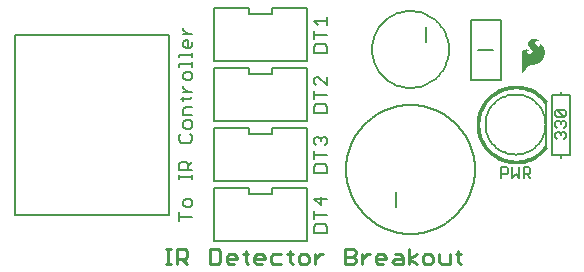
<source format=gto>
G75*
G70*
%OFA0B0*%
%FSLAX24Y24*%
%IPPOS*%
%LPD*%
%AMOC8*
5,1,8,0,0,1.08239X$1,22.5*
%
%ADD10C,0.0090*%
%ADD11C,0.0080*%
%ADD12C,0.0060*%
%ADD13C,0.0010*%
D10*
X008237Y000570D02*
X008407Y000570D01*
X008322Y000570D02*
X008322Y001080D01*
X008237Y001080D02*
X008407Y001080D01*
X008605Y001080D02*
X008861Y001080D01*
X008946Y000995D01*
X008946Y000825D01*
X008861Y000740D01*
X008605Y000740D01*
X008775Y000740D02*
X008946Y000570D01*
X008605Y000570D02*
X008605Y001080D01*
X009710Y001080D02*
X009965Y001080D01*
X010051Y000995D01*
X010051Y000655D01*
X009965Y000570D01*
X009710Y000570D01*
X009710Y001080D01*
X010263Y000825D02*
X010348Y000910D01*
X010518Y000910D01*
X010603Y000825D01*
X010603Y000740D01*
X010263Y000740D01*
X010263Y000655D02*
X010263Y000825D01*
X010263Y000655D02*
X010348Y000570D01*
X010518Y000570D01*
X010900Y000655D02*
X010985Y000570D01*
X010900Y000655D02*
X010900Y000995D01*
X010815Y000910D02*
X010985Y000910D01*
X011183Y000825D02*
X011269Y000910D01*
X011439Y000910D01*
X011524Y000825D01*
X011524Y000740D01*
X011183Y000740D01*
X011183Y000655D02*
X011183Y000825D01*
X011183Y000655D02*
X011269Y000570D01*
X011439Y000570D01*
X011736Y000655D02*
X011821Y000570D01*
X012076Y000570D01*
X012374Y000655D02*
X012459Y000570D01*
X012374Y000655D02*
X012374Y000995D01*
X012288Y000910D02*
X012459Y000910D01*
X012657Y000825D02*
X012657Y000655D01*
X012742Y000570D01*
X012912Y000570D01*
X012997Y000655D01*
X012997Y000825D01*
X012912Y000910D01*
X012742Y000910D01*
X012657Y000825D01*
X013209Y000740D02*
X013379Y000910D01*
X013464Y000910D01*
X013209Y000910D02*
X013209Y000570D01*
X012076Y000910D02*
X011821Y000910D01*
X011736Y000825D01*
X011736Y000655D01*
X014222Y000570D02*
X014477Y000570D01*
X014562Y000655D01*
X014562Y000740D01*
X014477Y000825D01*
X014222Y000825D01*
X014477Y000825D02*
X014562Y000910D01*
X014562Y000995D01*
X014477Y001080D01*
X014222Y001080D01*
X014222Y000570D01*
X014775Y000570D02*
X014775Y000910D01*
X014775Y000740D02*
X014945Y000910D01*
X015030Y000910D01*
X015235Y000825D02*
X015320Y000910D01*
X015490Y000910D01*
X015575Y000825D01*
X015575Y000740D01*
X015235Y000740D01*
X015235Y000655D02*
X015235Y000825D01*
X015235Y000655D02*
X015320Y000570D01*
X015490Y000570D01*
X015787Y000655D02*
X015872Y000740D01*
X016128Y000740D01*
X016128Y000825D02*
X016128Y000570D01*
X015872Y000570D01*
X015787Y000655D01*
X016043Y000910D02*
X016128Y000825D01*
X016043Y000910D02*
X015872Y000910D01*
X016340Y000740D02*
X016595Y000910D01*
X016800Y000825D02*
X016800Y000655D01*
X016885Y000570D01*
X017055Y000570D01*
X017141Y000655D01*
X017141Y000825D01*
X017055Y000910D01*
X016885Y000910D01*
X016800Y000825D01*
X016595Y000570D02*
X016340Y000740D01*
X016340Y000570D02*
X016340Y001080D01*
X017353Y000910D02*
X017353Y000655D01*
X017438Y000570D01*
X017693Y000570D01*
X017693Y000910D01*
X017905Y000910D02*
X018075Y000910D01*
X017990Y000995D02*
X017990Y000655D01*
X018075Y000570D01*
D11*
X008329Y002225D02*
X003211Y002225D01*
X003211Y008225D01*
X008329Y008225D01*
X008329Y002225D01*
X008682Y002155D02*
X009102Y002155D01*
X008682Y002015D02*
X008682Y002295D01*
X008892Y002475D02*
X009032Y002475D01*
X009102Y002545D01*
X009102Y002686D01*
X009032Y002756D01*
X008892Y002756D01*
X008822Y002686D01*
X008822Y002545D01*
X008892Y002475D01*
X009837Y003111D02*
X010998Y003111D01*
X010998Y002914D01*
X011786Y002914D01*
X011786Y003111D01*
X012947Y003111D01*
X012947Y001339D01*
X009837Y001339D01*
X009837Y003111D01*
X009837Y003339D02*
X009837Y005111D01*
X010998Y005111D01*
X010998Y004914D01*
X011786Y004914D01*
X011786Y005111D01*
X012947Y005111D01*
X012947Y003339D01*
X009837Y003339D01*
X009102Y003396D02*
X009102Y003536D01*
X009102Y003466D02*
X008682Y003466D01*
X008682Y003396D02*
X008682Y003536D01*
X008682Y003703D02*
X008682Y003913D01*
X008752Y003983D01*
X008892Y003983D01*
X008962Y003913D01*
X008962Y003703D01*
X009102Y003703D02*
X008682Y003703D01*
X008962Y003843D02*
X009102Y003983D01*
X009032Y004624D02*
X008752Y004624D01*
X008682Y004694D01*
X008682Y004834D01*
X008752Y004904D01*
X009032Y004904D02*
X009102Y004834D01*
X009102Y004694D01*
X009032Y004624D01*
X009032Y005084D02*
X009102Y005154D01*
X009102Y005294D01*
X009032Y005365D01*
X008892Y005365D01*
X008822Y005294D01*
X008822Y005154D01*
X008892Y005084D01*
X009032Y005084D01*
X009837Y005339D02*
X009837Y007111D01*
X010998Y007111D01*
X010998Y006914D01*
X011786Y006914D01*
X011786Y007111D01*
X012947Y007111D01*
X012947Y005339D01*
X009837Y005339D01*
X009102Y005545D02*
X008822Y005545D01*
X008822Y005755D01*
X008892Y005825D01*
X009102Y005825D01*
X008822Y006005D02*
X008822Y006145D01*
X008752Y006075D02*
X009032Y006075D01*
X009102Y006145D01*
X009102Y006312D02*
X008822Y006312D01*
X008962Y006312D02*
X008822Y006452D01*
X008822Y006522D01*
X008892Y006696D02*
X009032Y006696D01*
X009102Y006766D01*
X009102Y006906D01*
X009032Y006976D01*
X008892Y006976D01*
X008822Y006906D01*
X008822Y006766D01*
X008892Y006696D01*
X009102Y007156D02*
X009102Y007296D01*
X009102Y007226D02*
X008682Y007226D01*
X008682Y007156D01*
X008682Y007463D02*
X008682Y007533D01*
X009102Y007533D01*
X009102Y007463D02*
X009102Y007603D01*
X009032Y007770D02*
X008892Y007770D01*
X008822Y007840D01*
X008822Y007980D01*
X008892Y008050D01*
X008962Y008050D01*
X008962Y007770D01*
X009032Y007770D02*
X009102Y007840D01*
X009102Y007980D01*
X009102Y008230D02*
X008822Y008230D01*
X008962Y008230D02*
X008822Y008370D01*
X008822Y008440D01*
X009837Y009111D02*
X010998Y009111D01*
X010998Y008914D01*
X011786Y008914D01*
X011786Y009111D01*
X012947Y009111D01*
X012947Y007339D01*
X009837Y007339D01*
X009837Y009111D01*
X013182Y008676D02*
X013602Y008676D01*
X013602Y008536D02*
X013602Y008816D01*
X013322Y008536D02*
X013182Y008676D01*
X013182Y008356D02*
X013182Y008075D01*
X013182Y008216D02*
X013602Y008216D01*
X013532Y007895D02*
X013252Y007895D01*
X013182Y007825D01*
X013182Y007615D01*
X013602Y007615D01*
X013602Y007825D01*
X013532Y007895D01*
X013602Y006816D02*
X013602Y006536D01*
X013322Y006816D01*
X013252Y006816D01*
X013182Y006746D01*
X013182Y006606D01*
X013252Y006536D01*
X013182Y006356D02*
X013182Y006075D01*
X013182Y006216D02*
X013602Y006216D01*
X013532Y005895D02*
X013252Y005895D01*
X013182Y005825D01*
X013182Y005615D01*
X013602Y005615D01*
X013602Y005825D01*
X013532Y005895D01*
X013532Y004816D02*
X013602Y004746D01*
X013602Y004606D01*
X013532Y004536D01*
X013392Y004676D02*
X013392Y004746D01*
X013462Y004816D01*
X013532Y004816D01*
X013392Y004746D02*
X013322Y004816D01*
X013252Y004816D01*
X013182Y004746D01*
X013182Y004606D01*
X013252Y004536D01*
X013182Y004356D02*
X013182Y004075D01*
X013252Y003895D02*
X013182Y003825D01*
X013182Y003615D01*
X013602Y003615D01*
X013602Y003825D01*
X013532Y003895D01*
X013252Y003895D01*
X013182Y004216D02*
X013602Y004216D01*
X015892Y002975D02*
X015892Y002475D01*
X013602Y002216D02*
X013182Y002216D01*
X013182Y002356D02*
X013182Y002075D01*
X013252Y001895D02*
X013182Y001825D01*
X013182Y001615D01*
X013602Y001615D01*
X013602Y001825D01*
X013532Y001895D01*
X013252Y001895D01*
X013392Y002536D02*
X013392Y002816D01*
X013602Y002746D02*
X013182Y002746D01*
X013392Y002536D01*
X014242Y003725D02*
X014245Y003830D01*
X014252Y003936D01*
X014265Y004040D01*
X014283Y004144D01*
X014306Y004247D01*
X014335Y004349D01*
X014368Y004449D01*
X014406Y004548D01*
X014448Y004644D01*
X014496Y004739D01*
X014548Y004830D01*
X014604Y004919D01*
X014665Y005006D01*
X014730Y005089D01*
X014799Y005169D01*
X014872Y005245D01*
X014948Y005318D01*
X015028Y005387D01*
X015111Y005452D01*
X015198Y005513D01*
X015287Y005569D01*
X015378Y005621D01*
X015473Y005669D01*
X015569Y005711D01*
X015668Y005749D01*
X015768Y005782D01*
X015870Y005811D01*
X015973Y005834D01*
X016077Y005852D01*
X016181Y005865D01*
X016287Y005872D01*
X016392Y005875D01*
X016497Y005872D01*
X016603Y005865D01*
X016707Y005852D01*
X016811Y005834D01*
X016914Y005811D01*
X017016Y005782D01*
X017116Y005749D01*
X017215Y005711D01*
X017311Y005669D01*
X017406Y005621D01*
X017497Y005569D01*
X017586Y005513D01*
X017673Y005452D01*
X017756Y005387D01*
X017836Y005318D01*
X017912Y005245D01*
X017985Y005169D01*
X018054Y005089D01*
X018119Y005006D01*
X018180Y004919D01*
X018236Y004830D01*
X018288Y004739D01*
X018336Y004644D01*
X018378Y004548D01*
X018416Y004449D01*
X018449Y004349D01*
X018478Y004247D01*
X018501Y004144D01*
X018519Y004040D01*
X018532Y003936D01*
X018539Y003830D01*
X018542Y003725D01*
X018539Y003620D01*
X018532Y003514D01*
X018519Y003410D01*
X018501Y003306D01*
X018478Y003203D01*
X018449Y003101D01*
X018416Y003001D01*
X018378Y002902D01*
X018336Y002806D01*
X018288Y002711D01*
X018236Y002620D01*
X018180Y002531D01*
X018119Y002444D01*
X018054Y002361D01*
X017985Y002281D01*
X017912Y002205D01*
X017836Y002132D01*
X017756Y002063D01*
X017673Y001998D01*
X017586Y001937D01*
X017497Y001881D01*
X017406Y001829D01*
X017311Y001781D01*
X017215Y001739D01*
X017116Y001701D01*
X017016Y001668D01*
X016914Y001639D01*
X016811Y001616D01*
X016707Y001598D01*
X016603Y001585D01*
X016497Y001578D01*
X016392Y001575D01*
X016287Y001578D01*
X016181Y001585D01*
X016077Y001598D01*
X015973Y001616D01*
X015870Y001639D01*
X015768Y001668D01*
X015668Y001701D01*
X015569Y001739D01*
X015473Y001781D01*
X015378Y001829D01*
X015287Y001881D01*
X015198Y001937D01*
X015111Y001998D01*
X015028Y002063D01*
X014948Y002132D01*
X014872Y002205D01*
X014799Y002281D01*
X014730Y002361D01*
X014665Y002444D01*
X014604Y002531D01*
X014548Y002620D01*
X014496Y002711D01*
X014448Y002806D01*
X014406Y002902D01*
X014368Y003001D01*
X014335Y003101D01*
X014306Y003203D01*
X014283Y003306D01*
X014265Y003410D01*
X014252Y003514D01*
X014245Y003620D01*
X014242Y003725D01*
X018392Y006725D02*
X019392Y006725D01*
X019392Y008725D01*
X018392Y008725D01*
X018392Y006725D01*
X018642Y007725D02*
X019142Y007725D01*
X016892Y007975D02*
X016892Y008475D01*
X015112Y007725D02*
X015114Y007796D01*
X015120Y007867D01*
X015130Y007938D01*
X015144Y008007D01*
X015161Y008076D01*
X015183Y008144D01*
X015208Y008211D01*
X015237Y008276D01*
X015269Y008339D01*
X015305Y008401D01*
X015344Y008460D01*
X015387Y008517D01*
X015432Y008572D01*
X015481Y008624D01*
X015532Y008673D01*
X015586Y008719D01*
X015643Y008763D01*
X015701Y008803D01*
X015762Y008839D01*
X015825Y008873D01*
X015890Y008902D01*
X015956Y008928D01*
X016024Y008951D01*
X016092Y008969D01*
X016162Y008984D01*
X016232Y008995D01*
X016303Y009002D01*
X016374Y009005D01*
X016445Y009004D01*
X016516Y008999D01*
X016587Y008990D01*
X016657Y008977D01*
X016726Y008961D01*
X016794Y008940D01*
X016861Y008916D01*
X016927Y008888D01*
X016990Y008856D01*
X017052Y008821D01*
X017112Y008783D01*
X017170Y008741D01*
X017225Y008697D01*
X017278Y008649D01*
X017328Y008598D01*
X017375Y008545D01*
X017419Y008489D01*
X017460Y008431D01*
X017498Y008370D01*
X017532Y008308D01*
X017562Y008243D01*
X017589Y008178D01*
X017613Y008110D01*
X017632Y008042D01*
X017648Y007973D01*
X017660Y007902D01*
X017668Y007832D01*
X017672Y007761D01*
X017672Y007689D01*
X017668Y007618D01*
X017660Y007548D01*
X017648Y007477D01*
X017632Y007408D01*
X017613Y007340D01*
X017589Y007272D01*
X017562Y007207D01*
X017532Y007142D01*
X017498Y007080D01*
X017460Y007019D01*
X017419Y006961D01*
X017375Y006905D01*
X017328Y006852D01*
X017278Y006801D01*
X017225Y006753D01*
X017170Y006709D01*
X017112Y006667D01*
X017052Y006629D01*
X016990Y006594D01*
X016927Y006562D01*
X016861Y006534D01*
X016794Y006510D01*
X016726Y006489D01*
X016657Y006473D01*
X016587Y006460D01*
X016516Y006451D01*
X016445Y006446D01*
X016374Y006445D01*
X016303Y006448D01*
X016232Y006455D01*
X016162Y006466D01*
X016092Y006481D01*
X016024Y006499D01*
X015956Y006522D01*
X015890Y006548D01*
X015825Y006577D01*
X015762Y006611D01*
X015701Y006647D01*
X015643Y006687D01*
X015586Y006731D01*
X015532Y006777D01*
X015481Y006826D01*
X015432Y006878D01*
X015387Y006933D01*
X015344Y006990D01*
X015305Y007049D01*
X015269Y007111D01*
X015237Y007174D01*
X015208Y007239D01*
X015183Y007306D01*
X015161Y007374D01*
X015144Y007443D01*
X015130Y007512D01*
X015120Y007583D01*
X015114Y007654D01*
X015112Y007725D01*
X020892Y005975D02*
X020892Y004475D01*
X021092Y004225D02*
X021092Y006225D01*
X021392Y006225D01*
X021392Y006325D01*
X021392Y006225D02*
X021692Y006225D01*
X021692Y004225D01*
X021392Y004225D01*
X021392Y004125D01*
X021392Y004225D02*
X021092Y004225D01*
D12*
X020385Y003739D02*
X020329Y003795D01*
X020159Y003795D01*
X020159Y003455D01*
X020159Y003568D02*
X020329Y003568D01*
X020385Y003625D01*
X020385Y003739D01*
X020272Y003568D02*
X020385Y003455D01*
X020017Y003455D02*
X020017Y003795D01*
X019790Y003795D02*
X019790Y003455D01*
X019904Y003568D01*
X020017Y003455D01*
X019649Y003625D02*
X019649Y003739D01*
X019592Y003795D01*
X019422Y003795D01*
X019422Y003455D01*
X019422Y003568D02*
X019592Y003568D01*
X019649Y003625D01*
X021222Y004812D02*
X021278Y004755D01*
X021222Y004812D02*
X021222Y004925D01*
X021278Y004982D01*
X021335Y004982D01*
X021392Y004925D01*
X021449Y004982D01*
X021505Y004982D01*
X021562Y004925D01*
X021562Y004812D01*
X021505Y004755D01*
X021392Y004868D02*
X021392Y004925D01*
X021505Y005123D02*
X021562Y005180D01*
X021562Y005293D01*
X021505Y005350D01*
X021449Y005350D01*
X021392Y005293D01*
X021392Y005237D01*
X021392Y005293D02*
X021335Y005350D01*
X021278Y005350D01*
X021222Y005293D01*
X021222Y005180D01*
X021278Y005123D01*
X021278Y005492D02*
X021222Y005548D01*
X021222Y005662D01*
X021278Y005718D01*
X021505Y005492D01*
X021562Y005548D01*
X021562Y005662D01*
X021505Y005718D01*
X021278Y005718D01*
X021278Y005492D02*
X021505Y005492D01*
X018892Y005225D02*
X018894Y005288D01*
X018900Y005350D01*
X018910Y005412D01*
X018923Y005474D01*
X018941Y005534D01*
X018962Y005593D01*
X018987Y005651D01*
X019016Y005707D01*
X019048Y005761D01*
X019083Y005813D01*
X019121Y005862D01*
X019163Y005910D01*
X019207Y005954D01*
X019255Y005996D01*
X019304Y006034D01*
X019356Y006069D01*
X019410Y006101D01*
X019466Y006130D01*
X019524Y006155D01*
X019583Y006176D01*
X019643Y006194D01*
X019705Y006207D01*
X019767Y006217D01*
X019829Y006223D01*
X019892Y006225D01*
X019955Y006223D01*
X020017Y006217D01*
X020079Y006207D01*
X020141Y006194D01*
X020201Y006176D01*
X020260Y006155D01*
X020318Y006130D01*
X020374Y006101D01*
X020428Y006069D01*
X020480Y006034D01*
X020529Y005996D01*
X020577Y005954D01*
X020621Y005910D01*
X020663Y005862D01*
X020701Y005813D01*
X020736Y005761D01*
X020768Y005707D01*
X020797Y005651D01*
X020822Y005593D01*
X020843Y005534D01*
X020861Y005474D01*
X020874Y005412D01*
X020884Y005350D01*
X020890Y005288D01*
X020892Y005225D01*
X020890Y005162D01*
X020884Y005100D01*
X020874Y005038D01*
X020861Y004976D01*
X020843Y004916D01*
X020822Y004857D01*
X020797Y004799D01*
X020768Y004743D01*
X020736Y004689D01*
X020701Y004637D01*
X020663Y004588D01*
X020621Y004540D01*
X020577Y004496D01*
X020529Y004454D01*
X020480Y004416D01*
X020428Y004381D01*
X020374Y004349D01*
X020318Y004320D01*
X020260Y004295D01*
X020201Y004274D01*
X020141Y004256D01*
X020079Y004243D01*
X020017Y004233D01*
X019955Y004227D01*
X019892Y004225D01*
X019829Y004227D01*
X019767Y004233D01*
X019705Y004243D01*
X019643Y004256D01*
X019583Y004274D01*
X019524Y004295D01*
X019466Y004320D01*
X019410Y004349D01*
X019356Y004381D01*
X019304Y004416D01*
X019255Y004454D01*
X019207Y004496D01*
X019163Y004540D01*
X019121Y004588D01*
X019083Y004637D01*
X019048Y004689D01*
X019016Y004743D01*
X018987Y004799D01*
X018962Y004857D01*
X018941Y004916D01*
X018923Y004976D01*
X018910Y005038D01*
X018900Y005100D01*
X018894Y005162D01*
X018892Y005225D01*
D13*
X020924Y006005D02*
X020852Y005951D01*
X020853Y005952D02*
X020810Y006005D01*
X020765Y006056D01*
X020716Y006104D01*
X020665Y006149D01*
X020611Y006192D01*
X020555Y006231D01*
X020497Y006267D01*
X020437Y006300D01*
X020376Y006329D01*
X020312Y006354D01*
X020248Y006376D01*
X020182Y006395D01*
X020115Y006409D01*
X020048Y006420D01*
X019980Y006427D01*
X019912Y006430D01*
X019843Y006429D01*
X019775Y006424D01*
X019707Y006416D01*
X019640Y006403D01*
X019574Y006387D01*
X019509Y006367D01*
X019444Y006344D01*
X019382Y006317D01*
X019321Y006286D01*
X019262Y006252D01*
X019204Y006215D01*
X019149Y006174D01*
X019097Y006130D01*
X019047Y006084D01*
X019000Y006035D01*
X018955Y005983D01*
X018914Y005929D01*
X018875Y005872D01*
X018840Y005813D01*
X018809Y005753D01*
X018781Y005691D01*
X018756Y005627D01*
X018735Y005562D01*
X018718Y005496D01*
X018704Y005429D01*
X018695Y005361D01*
X018689Y005293D01*
X018687Y005225D01*
X018689Y005157D01*
X018695Y005089D01*
X018704Y005021D01*
X018718Y004954D01*
X018735Y004888D01*
X018756Y004823D01*
X018781Y004759D01*
X018809Y004697D01*
X018840Y004637D01*
X018875Y004578D01*
X018914Y004521D01*
X018955Y004467D01*
X019000Y004415D01*
X019047Y004366D01*
X019097Y004320D01*
X019149Y004276D01*
X019204Y004235D01*
X019262Y004198D01*
X019321Y004164D01*
X019382Y004133D01*
X019444Y004106D01*
X019509Y004083D01*
X019574Y004063D01*
X019640Y004047D01*
X019707Y004034D01*
X019775Y004026D01*
X019843Y004021D01*
X019912Y004020D01*
X019980Y004023D01*
X020048Y004030D01*
X020115Y004041D01*
X020182Y004055D01*
X020248Y004074D01*
X020312Y004096D01*
X020376Y004121D01*
X020437Y004150D01*
X020497Y004183D01*
X020555Y004219D01*
X020611Y004258D01*
X020665Y004301D01*
X020716Y004346D01*
X020765Y004394D01*
X020810Y004445D01*
X020853Y004498D01*
X020924Y004445D01*
X020925Y004444D01*
X020881Y004389D01*
X020833Y004336D01*
X020783Y004285D01*
X020730Y004238D01*
X020675Y004194D01*
X020617Y004152D01*
X020557Y004114D01*
X020496Y004079D01*
X020432Y004048D01*
X020367Y004020D01*
X020300Y003996D01*
X020232Y003975D01*
X020163Y003959D01*
X020093Y003946D01*
X020023Y003937D01*
X019952Y003931D01*
X019881Y003930D01*
X019810Y003933D01*
X019739Y003939D01*
X019669Y003949D01*
X019600Y003963D01*
X019531Y003981D01*
X019463Y004003D01*
X019397Y004028D01*
X019332Y004057D01*
X019269Y004090D01*
X019208Y004126D01*
X019149Y004165D01*
X019092Y004207D01*
X019037Y004252D01*
X018985Y004301D01*
X018936Y004352D01*
X018889Y004405D01*
X018846Y004462D01*
X018806Y004520D01*
X018769Y004581D01*
X018735Y004643D01*
X018705Y004707D01*
X018678Y004773D01*
X018655Y004840D01*
X018636Y004909D01*
X018621Y004978D01*
X018609Y005048D01*
X018601Y005119D01*
X018597Y005190D01*
X018597Y005260D01*
X018601Y005331D01*
X018609Y005402D01*
X018621Y005472D01*
X018636Y005541D01*
X018655Y005610D01*
X018678Y005677D01*
X018705Y005743D01*
X018735Y005807D01*
X018769Y005869D01*
X018806Y005930D01*
X018846Y005988D01*
X018889Y006045D01*
X018936Y006098D01*
X018985Y006149D01*
X019037Y006198D01*
X019092Y006243D01*
X019149Y006285D01*
X019208Y006324D01*
X019269Y006360D01*
X019332Y006393D01*
X019397Y006422D01*
X019463Y006447D01*
X019531Y006469D01*
X019600Y006487D01*
X019669Y006501D01*
X019739Y006511D01*
X019810Y006517D01*
X019881Y006520D01*
X019952Y006519D01*
X020023Y006513D01*
X020093Y006504D01*
X020163Y006491D01*
X020232Y006475D01*
X020300Y006454D01*
X020367Y006430D01*
X020432Y006402D01*
X020496Y006371D01*
X020557Y006336D01*
X020617Y006298D01*
X020675Y006256D01*
X020730Y006212D01*
X020783Y006165D01*
X020833Y006114D01*
X020881Y006061D01*
X020925Y006006D01*
X020918Y006001D01*
X020873Y006056D01*
X020826Y006109D01*
X020775Y006160D01*
X020722Y006207D01*
X020666Y006252D01*
X020608Y006293D01*
X020548Y006331D01*
X020486Y006366D01*
X020422Y006397D01*
X020356Y006424D01*
X020289Y006448D01*
X020220Y006468D01*
X020151Y006485D01*
X020081Y006497D01*
X020010Y006506D01*
X019939Y006510D01*
X019868Y006511D01*
X019797Y006507D01*
X019726Y006500D01*
X019655Y006489D01*
X019586Y006474D01*
X019517Y006455D01*
X019449Y006432D01*
X019383Y006406D01*
X019318Y006376D01*
X019256Y006342D01*
X019195Y006306D01*
X019136Y006265D01*
X019079Y006222D01*
X019025Y006175D01*
X018974Y006126D01*
X018926Y006073D01*
X018880Y006019D01*
X018838Y005961D01*
X018799Y005902D01*
X018763Y005840D01*
X018730Y005777D01*
X018702Y005712D01*
X018676Y005645D01*
X018655Y005577D01*
X018637Y005508D01*
X018624Y005438D01*
X018614Y005367D01*
X018608Y005296D01*
X018606Y005225D01*
X018608Y005154D01*
X018614Y005083D01*
X018624Y005012D01*
X018637Y004942D01*
X018655Y004873D01*
X018676Y004805D01*
X018702Y004738D01*
X018730Y004673D01*
X018763Y004610D01*
X018799Y004548D01*
X018838Y004489D01*
X018880Y004431D01*
X018926Y004377D01*
X018974Y004324D01*
X019025Y004275D01*
X019079Y004228D01*
X019136Y004185D01*
X019195Y004144D01*
X019256Y004108D01*
X019318Y004074D01*
X019383Y004044D01*
X019449Y004018D01*
X019517Y003995D01*
X019586Y003976D01*
X019655Y003961D01*
X019726Y003950D01*
X019797Y003943D01*
X019868Y003939D01*
X019939Y003940D01*
X020010Y003944D01*
X020081Y003953D01*
X020151Y003965D01*
X020220Y003982D01*
X020289Y004002D01*
X020356Y004026D01*
X020422Y004053D01*
X020486Y004084D01*
X020548Y004119D01*
X020608Y004157D01*
X020666Y004198D01*
X020722Y004243D01*
X020775Y004290D01*
X020826Y004341D01*
X020873Y004394D01*
X020918Y004449D01*
X020911Y004455D01*
X020866Y004400D01*
X020819Y004347D01*
X020769Y004297D01*
X020716Y004250D01*
X020661Y004206D01*
X020603Y004164D01*
X020544Y004127D01*
X020482Y004092D01*
X020418Y004061D01*
X020353Y004034D01*
X020286Y004010D01*
X020218Y003990D01*
X020149Y003974D01*
X020080Y003962D01*
X020009Y003953D01*
X019939Y003949D01*
X019868Y003948D01*
X019797Y003952D01*
X019727Y003959D01*
X019657Y003970D01*
X019588Y003985D01*
X019520Y004004D01*
X019452Y004026D01*
X019387Y004052D01*
X019322Y004082D01*
X019260Y004115D01*
X019200Y004152D01*
X019141Y004192D01*
X019085Y004235D01*
X019031Y004281D01*
X018981Y004331D01*
X018932Y004382D01*
X018887Y004437D01*
X018845Y004494D01*
X018806Y004553D01*
X018771Y004614D01*
X018738Y004677D01*
X018710Y004742D01*
X018685Y004808D01*
X018664Y004876D01*
X018646Y004944D01*
X018633Y005014D01*
X018623Y005084D01*
X018617Y005154D01*
X018615Y005225D01*
X018617Y005296D01*
X018623Y005366D01*
X018633Y005436D01*
X018646Y005506D01*
X018664Y005574D01*
X018685Y005642D01*
X018710Y005708D01*
X018738Y005773D01*
X018771Y005836D01*
X018806Y005897D01*
X018845Y005956D01*
X018887Y006013D01*
X018932Y006068D01*
X018981Y006119D01*
X019031Y006169D01*
X019085Y006215D01*
X019141Y006258D01*
X019200Y006298D01*
X019260Y006335D01*
X019322Y006368D01*
X019387Y006398D01*
X019452Y006424D01*
X019520Y006446D01*
X019588Y006465D01*
X019657Y006480D01*
X019727Y006491D01*
X019797Y006498D01*
X019868Y006502D01*
X019939Y006501D01*
X020009Y006497D01*
X020080Y006488D01*
X020149Y006476D01*
X020218Y006460D01*
X020286Y006440D01*
X020353Y006416D01*
X020418Y006389D01*
X020482Y006358D01*
X020544Y006323D01*
X020603Y006286D01*
X020661Y006244D01*
X020716Y006200D01*
X020769Y006153D01*
X020819Y006103D01*
X020866Y006050D01*
X020911Y005995D01*
X020903Y005990D01*
X020859Y006045D01*
X020811Y006098D01*
X020761Y006148D01*
X020708Y006196D01*
X020652Y006240D01*
X020594Y006281D01*
X020534Y006318D01*
X020472Y006353D01*
X020408Y006383D01*
X020342Y006410D01*
X020275Y006434D01*
X020207Y006453D01*
X020137Y006469D01*
X020067Y006481D01*
X019997Y006489D01*
X019926Y006493D01*
X019855Y006492D01*
X019784Y006488D01*
X019713Y006480D01*
X019643Y006468D01*
X019574Y006452D01*
X019506Y006433D01*
X019438Y006409D01*
X019373Y006382D01*
X019309Y006351D01*
X019247Y006317D01*
X019187Y006279D01*
X019129Y006237D01*
X019073Y006193D01*
X019020Y006146D01*
X018970Y006095D01*
X018923Y006042D01*
X018878Y005987D01*
X018837Y005929D01*
X018800Y005869D01*
X018765Y005806D01*
X018734Y005742D01*
X018707Y005677D01*
X018684Y005610D01*
X018664Y005541D01*
X018648Y005472D01*
X018636Y005402D01*
X018628Y005331D01*
X018624Y005261D01*
X018624Y005189D01*
X018628Y005119D01*
X018636Y005048D01*
X018648Y004978D01*
X018664Y004909D01*
X018684Y004840D01*
X018707Y004773D01*
X018734Y004708D01*
X018765Y004644D01*
X018800Y004581D01*
X018837Y004521D01*
X018878Y004463D01*
X018923Y004408D01*
X018970Y004355D01*
X019020Y004304D01*
X019073Y004257D01*
X019129Y004213D01*
X019187Y004171D01*
X019247Y004133D01*
X019309Y004099D01*
X019373Y004068D01*
X019438Y004041D01*
X019506Y004017D01*
X019574Y003998D01*
X019643Y003982D01*
X019713Y003970D01*
X019784Y003962D01*
X019855Y003958D01*
X019926Y003957D01*
X019997Y003961D01*
X020067Y003969D01*
X020137Y003981D01*
X020207Y003997D01*
X020275Y004016D01*
X020342Y004040D01*
X020408Y004067D01*
X020472Y004097D01*
X020534Y004132D01*
X020594Y004169D01*
X020652Y004210D01*
X020708Y004254D01*
X020761Y004302D01*
X020811Y004352D01*
X020859Y004405D01*
X020903Y004460D01*
X020896Y004466D01*
X020852Y004411D01*
X020805Y004358D01*
X020755Y004308D01*
X020702Y004261D01*
X020647Y004217D01*
X020589Y004177D01*
X020530Y004139D01*
X020468Y004105D01*
X020404Y004075D01*
X020339Y004048D01*
X020272Y004025D01*
X020204Y004005D01*
X020136Y003990D01*
X020066Y003978D01*
X019996Y003970D01*
X019925Y003966D01*
X019855Y003967D01*
X019784Y003971D01*
X019714Y003979D01*
X019645Y003991D01*
X019576Y004006D01*
X019508Y004026D01*
X019442Y004049D01*
X019377Y004076D01*
X019313Y004107D01*
X019251Y004141D01*
X019192Y004179D01*
X019134Y004220D01*
X019079Y004264D01*
X019026Y004311D01*
X018977Y004361D01*
X018930Y004413D01*
X018886Y004469D01*
X018845Y004526D01*
X018807Y004586D01*
X018773Y004648D01*
X018743Y004711D01*
X018716Y004776D01*
X018692Y004843D01*
X018673Y004911D01*
X018657Y004980D01*
X018645Y005049D01*
X018637Y005119D01*
X018633Y005190D01*
X018633Y005260D01*
X018637Y005331D01*
X018645Y005401D01*
X018657Y005470D01*
X018673Y005539D01*
X018692Y005607D01*
X018716Y005674D01*
X018743Y005739D01*
X018773Y005802D01*
X018807Y005864D01*
X018845Y005924D01*
X018886Y005981D01*
X018930Y006037D01*
X018977Y006089D01*
X019026Y006139D01*
X019079Y006186D01*
X019134Y006230D01*
X019192Y006271D01*
X019251Y006309D01*
X019313Y006343D01*
X019377Y006374D01*
X019442Y006401D01*
X019508Y006424D01*
X019576Y006444D01*
X019645Y006459D01*
X019714Y006471D01*
X019784Y006479D01*
X019855Y006483D01*
X019925Y006484D01*
X019996Y006480D01*
X020066Y006472D01*
X020136Y006460D01*
X020204Y006445D01*
X020272Y006425D01*
X020339Y006402D01*
X020404Y006375D01*
X020468Y006345D01*
X020530Y006311D01*
X020589Y006273D01*
X020647Y006233D01*
X020702Y006189D01*
X020755Y006142D01*
X020805Y006092D01*
X020852Y006039D01*
X020896Y005984D01*
X020889Y005979D01*
X020845Y006034D01*
X020798Y006086D01*
X020749Y006135D01*
X020696Y006182D01*
X020642Y006225D01*
X020584Y006266D01*
X020525Y006303D01*
X020464Y006337D01*
X020400Y006367D01*
X020336Y006394D01*
X020269Y006417D01*
X020202Y006436D01*
X020134Y006451D01*
X020065Y006463D01*
X019995Y006471D01*
X019925Y006475D01*
X019855Y006474D01*
X019785Y006470D01*
X019716Y006462D01*
X019647Y006451D01*
X019578Y006435D01*
X019511Y006416D01*
X019445Y006392D01*
X019380Y006365D01*
X019317Y006335D01*
X019256Y006301D01*
X019197Y006264D01*
X019139Y006223D01*
X019085Y006179D01*
X019033Y006133D01*
X018983Y006083D01*
X018936Y006031D01*
X018893Y005976D01*
X018852Y005919D01*
X018815Y005860D01*
X018781Y005798D01*
X018751Y005735D01*
X018724Y005670D01*
X018701Y005604D01*
X018682Y005537D01*
X018666Y005469D01*
X018654Y005400D01*
X018646Y005330D01*
X018642Y005260D01*
X018642Y005190D01*
X018646Y005120D01*
X018654Y005050D01*
X018666Y004981D01*
X018682Y004913D01*
X018701Y004846D01*
X018724Y004780D01*
X018751Y004715D01*
X018781Y004652D01*
X018815Y004590D01*
X018852Y004531D01*
X018893Y004474D01*
X018936Y004419D01*
X018983Y004367D01*
X019033Y004317D01*
X019085Y004271D01*
X019139Y004227D01*
X019197Y004186D01*
X019256Y004149D01*
X019317Y004115D01*
X019380Y004085D01*
X019445Y004058D01*
X019511Y004034D01*
X019578Y004015D01*
X019647Y003999D01*
X019716Y003988D01*
X019785Y003980D01*
X019855Y003976D01*
X019925Y003975D01*
X019995Y003979D01*
X020065Y003987D01*
X020134Y003999D01*
X020202Y004014D01*
X020269Y004033D01*
X020336Y004056D01*
X020400Y004083D01*
X020464Y004113D01*
X020525Y004147D01*
X020584Y004184D01*
X020642Y004225D01*
X020696Y004268D01*
X020749Y004315D01*
X020798Y004364D01*
X020845Y004416D01*
X020889Y004471D01*
X020882Y004476D01*
X020838Y004422D01*
X020792Y004370D01*
X020743Y004321D01*
X020691Y004275D01*
X020636Y004232D01*
X020579Y004192D01*
X020520Y004155D01*
X020459Y004121D01*
X020397Y004091D01*
X020332Y004065D01*
X020267Y004042D01*
X020200Y004023D01*
X020132Y004007D01*
X020063Y003996D01*
X019994Y003988D01*
X019925Y003984D01*
X019855Y003985D01*
X019786Y003989D01*
X019717Y003996D01*
X019648Y004008D01*
X019581Y004024D01*
X019514Y004043D01*
X019448Y004066D01*
X019384Y004093D01*
X019321Y004123D01*
X019260Y004157D01*
X019202Y004194D01*
X019145Y004234D01*
X019091Y004277D01*
X019039Y004324D01*
X018990Y004373D01*
X018943Y004425D01*
X018900Y004479D01*
X018860Y004536D01*
X018823Y004595D01*
X018789Y004656D01*
X018759Y004719D01*
X018732Y004783D01*
X018709Y004848D01*
X018690Y004915D01*
X018675Y004983D01*
X018663Y005052D01*
X018655Y005121D01*
X018651Y005190D01*
X018651Y005260D01*
X018655Y005329D01*
X018663Y005398D01*
X018675Y005467D01*
X018690Y005535D01*
X018709Y005602D01*
X018732Y005667D01*
X018759Y005731D01*
X018789Y005794D01*
X018823Y005855D01*
X018860Y005914D01*
X018900Y005971D01*
X018943Y006025D01*
X018990Y006077D01*
X019039Y006126D01*
X019091Y006173D01*
X019145Y006216D01*
X019202Y006256D01*
X019260Y006293D01*
X019321Y006327D01*
X019384Y006357D01*
X019448Y006384D01*
X019514Y006407D01*
X019581Y006426D01*
X019648Y006442D01*
X019717Y006454D01*
X019786Y006461D01*
X019855Y006465D01*
X019925Y006466D01*
X019994Y006462D01*
X020063Y006454D01*
X020132Y006443D01*
X020200Y006427D01*
X020267Y006408D01*
X020332Y006385D01*
X020397Y006359D01*
X020459Y006329D01*
X020520Y006295D01*
X020579Y006258D01*
X020636Y006218D01*
X020691Y006175D01*
X020743Y006129D01*
X020792Y006080D01*
X020838Y006028D01*
X020882Y005974D01*
X020875Y005968D01*
X020831Y006022D01*
X020785Y006073D01*
X020736Y006122D01*
X020685Y006168D01*
X020631Y006211D01*
X020574Y006251D01*
X020516Y006287D01*
X020455Y006321D01*
X020393Y006351D01*
X020329Y006377D01*
X020264Y006399D01*
X020198Y006418D01*
X020130Y006434D01*
X020062Y006445D01*
X019994Y006453D01*
X019925Y006457D01*
X019856Y006456D01*
X019787Y006452D01*
X019718Y006445D01*
X019650Y006433D01*
X019583Y006418D01*
X019516Y006398D01*
X019451Y006375D01*
X019388Y006349D01*
X019325Y006319D01*
X019265Y006286D01*
X019207Y006249D01*
X019150Y006209D01*
X019096Y006166D01*
X019045Y006120D01*
X018996Y006071D01*
X018950Y006019D01*
X018907Y005965D01*
X018867Y005909D01*
X018831Y005850D01*
X018797Y005790D01*
X018767Y005728D01*
X018741Y005664D01*
X018718Y005599D01*
X018699Y005532D01*
X018684Y005465D01*
X018672Y005397D01*
X018664Y005328D01*
X018660Y005260D01*
X018660Y005190D01*
X018664Y005122D01*
X018672Y005053D01*
X018684Y004985D01*
X018699Y004918D01*
X018718Y004851D01*
X018741Y004786D01*
X018767Y004722D01*
X018797Y004660D01*
X018831Y004600D01*
X018867Y004541D01*
X018907Y004485D01*
X018950Y004431D01*
X018996Y004379D01*
X019045Y004330D01*
X019096Y004284D01*
X019150Y004241D01*
X019207Y004201D01*
X019265Y004164D01*
X019325Y004131D01*
X019388Y004101D01*
X019451Y004075D01*
X019516Y004052D01*
X019583Y004032D01*
X019650Y004017D01*
X019718Y004005D01*
X019787Y003998D01*
X019856Y003994D01*
X019925Y003993D01*
X019994Y003997D01*
X020062Y004005D01*
X020130Y004016D01*
X020198Y004032D01*
X020264Y004051D01*
X020329Y004073D01*
X020393Y004099D01*
X020455Y004129D01*
X020516Y004163D01*
X020574Y004199D01*
X020631Y004239D01*
X020685Y004282D01*
X020736Y004328D01*
X020785Y004377D01*
X020831Y004428D01*
X020875Y004482D01*
X020867Y004487D01*
X020824Y004433D01*
X020778Y004382D01*
X020728Y004333D01*
X020677Y004287D01*
X020622Y004244D01*
X020565Y004204D01*
X020507Y004168D01*
X020446Y004134D01*
X020383Y004105D01*
X020319Y004079D01*
X020253Y004057D01*
X020186Y004038D01*
X020119Y004023D01*
X020050Y004012D01*
X019981Y004005D01*
X019912Y004002D01*
X019843Y004003D01*
X019773Y004008D01*
X019705Y004016D01*
X019637Y004029D01*
X019569Y004045D01*
X019503Y004066D01*
X019438Y004089D01*
X019374Y004117D01*
X019312Y004148D01*
X019252Y004183D01*
X019194Y004221D01*
X019138Y004262D01*
X019085Y004306D01*
X019034Y004353D01*
X018986Y004403D01*
X018941Y004456D01*
X018899Y004511D01*
X018860Y004568D01*
X018825Y004628D01*
X018793Y004689D01*
X018764Y004752D01*
X018739Y004817D01*
X018718Y004883D01*
X018700Y004950D01*
X018687Y005018D01*
X018677Y005087D01*
X018671Y005156D01*
X018669Y005225D01*
X018671Y005294D01*
X018677Y005363D01*
X018687Y005432D01*
X018700Y005500D01*
X018718Y005567D01*
X018739Y005633D01*
X018764Y005698D01*
X018793Y005761D01*
X018825Y005822D01*
X018860Y005882D01*
X018899Y005939D01*
X018941Y005994D01*
X018986Y006047D01*
X019034Y006097D01*
X019085Y006144D01*
X019138Y006188D01*
X019194Y006229D01*
X019252Y006267D01*
X019312Y006302D01*
X019374Y006333D01*
X019438Y006361D01*
X019503Y006384D01*
X019569Y006405D01*
X019637Y006421D01*
X019705Y006434D01*
X019773Y006442D01*
X019843Y006447D01*
X019912Y006448D01*
X019981Y006445D01*
X020050Y006438D01*
X020119Y006427D01*
X020186Y006412D01*
X020253Y006393D01*
X020319Y006371D01*
X020383Y006345D01*
X020446Y006316D01*
X020507Y006282D01*
X020565Y006246D01*
X020622Y006206D01*
X020677Y006163D01*
X020728Y006117D01*
X020778Y006068D01*
X020824Y006017D01*
X020867Y005963D01*
X020860Y005957D01*
X020817Y006011D01*
X020771Y006062D01*
X020722Y006111D01*
X020671Y006156D01*
X020617Y006199D01*
X020560Y006238D01*
X020502Y006275D01*
X020442Y006308D01*
X020379Y006337D01*
X020316Y006363D01*
X020250Y006385D01*
X020184Y006403D01*
X020117Y006418D01*
X020049Y006429D01*
X019980Y006436D01*
X019912Y006439D01*
X019843Y006438D01*
X019774Y006433D01*
X019706Y006425D01*
X019638Y006412D01*
X019572Y006396D01*
X019506Y006376D01*
X019441Y006352D01*
X019378Y006325D01*
X019317Y006294D01*
X019257Y006260D01*
X019199Y006222D01*
X019144Y006181D01*
X019091Y006137D01*
X019041Y006090D01*
X018993Y006041D01*
X018948Y005989D01*
X018906Y005934D01*
X018868Y005877D01*
X018833Y005818D01*
X018801Y005757D01*
X018772Y005694D01*
X018748Y005630D01*
X018726Y005564D01*
X018709Y005498D01*
X018696Y005430D01*
X018686Y005362D01*
X018680Y005294D01*
X018678Y005225D01*
X018680Y005156D01*
X018686Y005088D01*
X018696Y005020D01*
X018709Y004952D01*
X018726Y004886D01*
X018748Y004820D01*
X018772Y004756D01*
X018801Y004693D01*
X018833Y004632D01*
X018868Y004573D01*
X018906Y004516D01*
X018948Y004461D01*
X018993Y004409D01*
X019041Y004360D01*
X019091Y004313D01*
X019144Y004269D01*
X019199Y004228D01*
X019257Y004190D01*
X019317Y004156D01*
X019378Y004125D01*
X019441Y004098D01*
X019506Y004074D01*
X019572Y004054D01*
X019638Y004038D01*
X019706Y004025D01*
X019774Y004017D01*
X019843Y004012D01*
X019912Y004011D01*
X019980Y004014D01*
X020049Y004021D01*
X020117Y004032D01*
X020184Y004047D01*
X020250Y004065D01*
X020316Y004087D01*
X020379Y004113D01*
X020442Y004142D01*
X020502Y004175D01*
X020560Y004212D01*
X020617Y004251D01*
X020671Y004294D01*
X020722Y004339D01*
X020771Y004388D01*
X020817Y004439D01*
X020860Y004493D01*
X020092Y006976D02*
X020284Y007192D01*
X020318Y007223D01*
X020358Y007247D01*
X020373Y007252D01*
X020388Y007255D01*
X020478Y007255D01*
X020532Y007260D01*
X020584Y007274D01*
X020632Y007298D01*
X020678Y007330D01*
X020718Y007368D01*
X020753Y007412D01*
X020790Y007478D01*
X020815Y007550D01*
X020826Y007625D01*
X020824Y007701D01*
X020816Y007742D01*
X020802Y007781D01*
X020782Y007818D01*
X020746Y007863D01*
X020702Y007899D01*
X020702Y007864D01*
X020701Y007858D01*
X020750Y007858D01*
X020757Y007850D02*
X020696Y007850D01*
X020699Y007853D02*
X020687Y007839D01*
X020672Y007828D01*
X020664Y007825D01*
X020641Y007823D01*
X020619Y007827D01*
X020599Y007837D01*
X020563Y007863D01*
X020546Y007877D01*
X020532Y007894D01*
X020520Y007913D01*
X020512Y007933D01*
X020509Y007946D01*
X020510Y007959D01*
X020517Y007981D01*
X020528Y008000D01*
X020545Y008015D01*
X020565Y008026D01*
X020585Y008032D01*
X020606Y008034D01*
X020630Y008034D01*
X020630Y008034D01*
X020629Y008035D01*
X020612Y008048D01*
X020592Y008057D01*
X020578Y008063D01*
X020569Y008067D01*
X020534Y008076D01*
X020499Y008079D01*
X020465Y008076D01*
X020432Y008067D01*
X020401Y008052D01*
X020370Y008030D01*
X020343Y008004D01*
X020326Y007980D01*
X020315Y007953D01*
X020312Y007924D01*
X020316Y007895D01*
X020327Y007868D01*
X020374Y007799D01*
X020431Y007738D01*
X020446Y007720D01*
X020456Y007699D01*
X020460Y007676D01*
X020459Y007653D01*
X020451Y007631D01*
X020438Y007612D01*
X020420Y007597D01*
X020398Y007585D01*
X020374Y007577D01*
X020349Y007573D01*
X020320Y007574D01*
X020292Y007583D01*
X020267Y007598D01*
X020254Y007612D01*
X020245Y007629D01*
X020241Y007647D01*
X020241Y007664D01*
X020245Y007682D01*
X020249Y007689D01*
X020254Y007694D01*
X020287Y007718D01*
X020293Y007721D01*
X020300Y007723D01*
X020307Y007722D01*
X020288Y007725D01*
X020251Y007728D01*
X020214Y007725D01*
X020186Y007718D01*
X020161Y007705D01*
X020138Y007688D01*
X020120Y007666D01*
X020104Y007637D01*
X020095Y007606D01*
X020092Y007573D01*
X020092Y006976D01*
X020092Y006983D02*
X020098Y006983D01*
X020092Y006991D02*
X020106Y006991D01*
X020113Y007000D02*
X020092Y007000D01*
X020092Y007008D02*
X020121Y007008D01*
X020128Y007017D02*
X020092Y007017D01*
X020092Y007025D02*
X020136Y007025D01*
X020143Y007034D02*
X020092Y007034D01*
X020092Y007042D02*
X020151Y007042D01*
X020158Y007051D02*
X020092Y007051D01*
X020092Y007059D02*
X020166Y007059D01*
X020174Y007068D02*
X020092Y007068D01*
X020092Y007076D02*
X020181Y007076D01*
X020189Y007085D02*
X020092Y007085D01*
X020092Y007093D02*
X020196Y007093D01*
X020204Y007102D02*
X020092Y007102D01*
X020092Y007110D02*
X020211Y007110D01*
X020219Y007119D02*
X020092Y007119D01*
X020092Y007127D02*
X020226Y007127D01*
X020234Y007136D02*
X020092Y007136D01*
X020092Y007144D02*
X020241Y007144D01*
X020249Y007153D02*
X020092Y007153D01*
X020092Y007161D02*
X020257Y007161D01*
X020264Y007170D02*
X020092Y007170D01*
X020092Y007178D02*
X020272Y007178D01*
X020279Y007187D02*
X020092Y007187D01*
X020092Y007195D02*
X020287Y007195D01*
X020297Y007204D02*
X020092Y007204D01*
X020092Y007212D02*
X020306Y007212D01*
X020315Y007221D02*
X020092Y007221D01*
X020092Y007229D02*
X020328Y007229D01*
X020342Y007238D02*
X020092Y007238D01*
X020092Y007246D02*
X020357Y007246D01*
X020386Y007255D02*
X020092Y007255D01*
X020092Y007263D02*
X020544Y007263D01*
X020574Y007272D02*
X020092Y007272D01*
X020092Y007280D02*
X020596Y007280D01*
X020613Y007289D02*
X020092Y007289D01*
X020092Y007297D02*
X020630Y007297D01*
X020643Y007306D02*
X020092Y007306D01*
X020092Y007314D02*
X020655Y007314D01*
X020667Y007323D02*
X020092Y007323D01*
X020092Y007331D02*
X020679Y007331D01*
X020688Y007340D02*
X020092Y007340D01*
X020092Y007348D02*
X020697Y007348D01*
X020706Y007357D02*
X020092Y007357D01*
X020092Y007365D02*
X020715Y007365D01*
X020722Y007374D02*
X020092Y007374D01*
X020092Y007382D02*
X020729Y007382D01*
X020736Y007391D02*
X020092Y007391D01*
X020092Y007399D02*
X020743Y007399D01*
X020750Y007408D02*
X020092Y007408D01*
X020092Y007416D02*
X020755Y007416D01*
X020760Y007425D02*
X020092Y007425D01*
X020092Y007433D02*
X020765Y007433D01*
X020770Y007442D02*
X020092Y007442D01*
X020092Y007450D02*
X020775Y007450D01*
X020779Y007459D02*
X020092Y007459D01*
X020092Y007467D02*
X020784Y007467D01*
X020789Y007476D02*
X020092Y007476D01*
X020092Y007484D02*
X020792Y007484D01*
X020795Y007493D02*
X020092Y007493D01*
X020092Y007501D02*
X020798Y007501D01*
X020801Y007510D02*
X020092Y007510D01*
X020092Y007518D02*
X020804Y007518D01*
X020807Y007527D02*
X020092Y007527D01*
X020092Y007535D02*
X020810Y007535D01*
X020813Y007544D02*
X020092Y007544D01*
X020092Y007552D02*
X020815Y007552D01*
X020817Y007561D02*
X020092Y007561D01*
X020092Y007569D02*
X020818Y007569D01*
X020819Y007578D02*
X020376Y007578D01*
X020400Y007586D02*
X020820Y007586D01*
X020822Y007595D02*
X020416Y007595D01*
X020427Y007603D02*
X020823Y007603D01*
X020824Y007612D02*
X020437Y007612D01*
X020443Y007620D02*
X020826Y007620D01*
X020826Y007629D02*
X020449Y007629D01*
X020453Y007637D02*
X020826Y007637D01*
X020826Y007646D02*
X020456Y007646D01*
X020459Y007654D02*
X020825Y007654D01*
X020825Y007663D02*
X020459Y007663D01*
X020460Y007671D02*
X020825Y007671D01*
X020825Y007680D02*
X020460Y007680D01*
X020458Y007688D02*
X020824Y007688D01*
X020824Y007697D02*
X020457Y007697D01*
X020453Y007705D02*
X020823Y007705D01*
X020821Y007714D02*
X020449Y007714D01*
X020444Y007722D02*
X020820Y007722D01*
X020818Y007731D02*
X020437Y007731D01*
X020430Y007739D02*
X020816Y007739D01*
X020814Y007748D02*
X020422Y007748D01*
X020414Y007756D02*
X020811Y007756D01*
X020808Y007765D02*
X020406Y007765D01*
X020398Y007773D02*
X020805Y007773D01*
X020801Y007782D02*
X020390Y007782D01*
X020382Y007790D02*
X020797Y007790D01*
X020792Y007799D02*
X020374Y007799D01*
X020368Y007807D02*
X020788Y007807D01*
X020783Y007816D02*
X020362Y007816D01*
X020357Y007824D02*
X020633Y007824D01*
X020657Y007824D02*
X020777Y007824D01*
X020770Y007833D02*
X020679Y007833D01*
X020689Y007841D02*
X020763Y007841D01*
X020741Y007867D02*
X020702Y007867D01*
X020702Y007875D02*
X020731Y007875D01*
X020721Y007884D02*
X020702Y007884D01*
X020702Y007892D02*
X020710Y007892D01*
X020701Y007858D02*
X020699Y007853D01*
X020607Y007833D02*
X020351Y007833D01*
X020345Y007841D02*
X020593Y007841D01*
X020581Y007850D02*
X020339Y007850D01*
X020334Y007858D02*
X020570Y007858D01*
X020559Y007867D02*
X020328Y007867D01*
X020324Y007875D02*
X020549Y007875D01*
X020541Y007884D02*
X020321Y007884D01*
X020317Y007892D02*
X020534Y007892D01*
X020528Y007901D02*
X020315Y007901D01*
X020314Y007909D02*
X020523Y007909D01*
X020518Y007918D02*
X020313Y007918D01*
X020312Y007926D02*
X020515Y007926D01*
X020512Y007935D02*
X020313Y007935D01*
X020314Y007943D02*
X020510Y007943D01*
X020510Y007952D02*
X020315Y007952D01*
X020318Y007960D02*
X020510Y007960D01*
X020513Y007969D02*
X020322Y007969D01*
X020325Y007977D02*
X020515Y007977D01*
X020520Y007986D02*
X020330Y007986D01*
X020336Y007994D02*
X020525Y007994D01*
X020531Y008003D02*
X020342Y008003D01*
X020351Y008011D02*
X020541Y008011D01*
X020553Y008020D02*
X020360Y008020D01*
X020369Y008028D02*
X020573Y008028D01*
X020580Y008062D02*
X020422Y008062D01*
X020404Y008054D02*
X020600Y008054D01*
X020616Y008045D02*
X020392Y008045D01*
X020380Y008037D02*
X020627Y008037D01*
X020554Y008071D02*
X020444Y008071D01*
X020305Y007722D02*
X020306Y007722D01*
X020298Y007722D02*
X020203Y007722D01*
X020178Y007714D02*
X020281Y007714D01*
X020269Y007705D02*
X020161Y007705D01*
X020150Y007697D02*
X020258Y007697D01*
X020248Y007688D02*
X020139Y007688D01*
X020132Y007680D02*
X020244Y007680D01*
X020243Y007671D02*
X020124Y007671D01*
X020118Y007663D02*
X020241Y007663D01*
X020241Y007654D02*
X020114Y007654D01*
X020109Y007646D02*
X020241Y007646D01*
X020243Y007637D02*
X020104Y007637D01*
X020102Y007629D02*
X020245Y007629D01*
X020250Y007620D02*
X020099Y007620D01*
X020097Y007612D02*
X020254Y007612D01*
X020262Y007603D02*
X020095Y007603D01*
X020094Y007595D02*
X020272Y007595D01*
X020287Y007586D02*
X020093Y007586D01*
X020092Y007578D02*
X020309Y007578D01*
M02*

</source>
